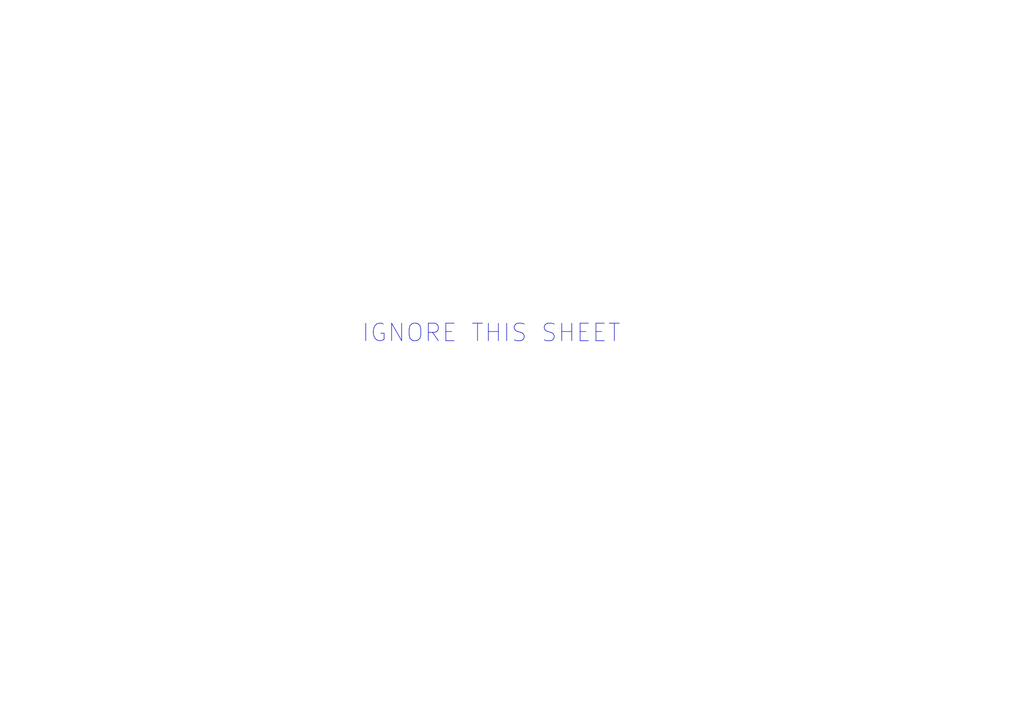
<source format=kicad_sch>
(kicad_sch (version 20210621) (generator eeschema)
  (paper "A4")
  (title_block (title "STM32 control subsystem"))
  (lib_symbols)
  (text "IGNORE THIS SHEET" (at 104.775 99.695 0) (effects (font (size 5.08 5.08)) (justify left bottom)))
)
</source>
